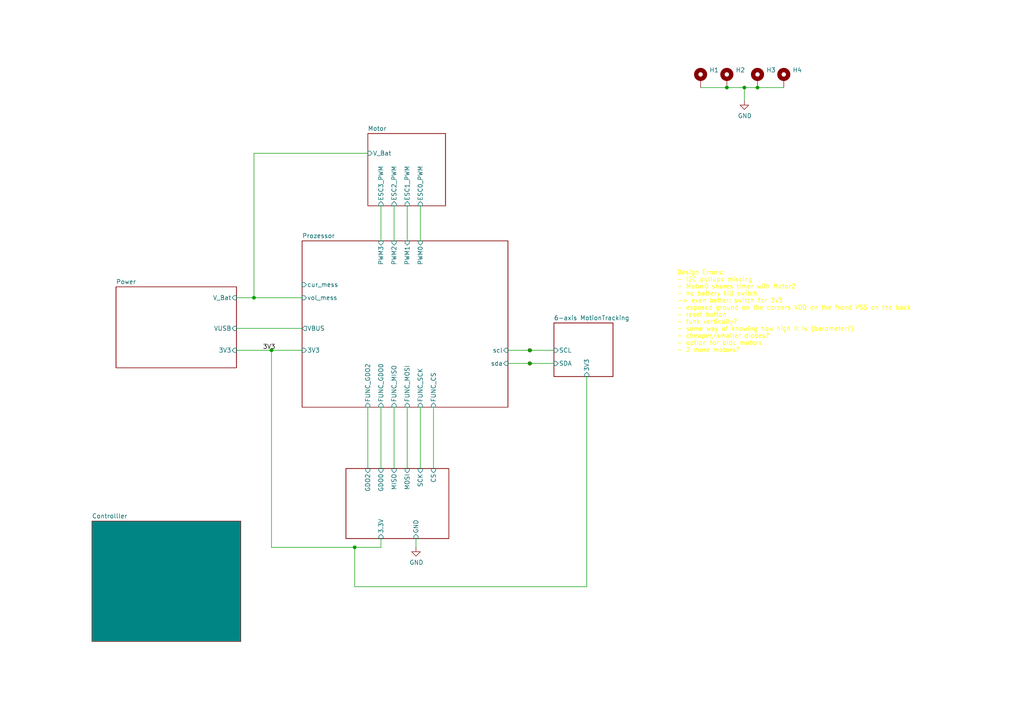
<source format=kicad_sch>
(kicad_sch (version 20231120) (generator "eeschema") (generator_version "8.0")
  (paper "A4")
  (lib_symbols
    (symbol "Connector:TestPoint_Small" (pin_numbers hide) (pin_names (offset 0.762) hide)
      (property "Reference" "TP" (at 0 3.81 0))
      (property "Value" "TestPoint_Small" (at 0 2.032 0))
      (symbol "TestPoint_Small_0_1"
        (circle (center 0 0) (radius 0.508))
      )
      (symbol "TestPoint_Small_1_1"
        (pin passive line (at 0 0 90) (length 0) (name "1") (number "1"))
      )
    )
    (symbol "Mechanical:MountingHole_Pad" (pin_numbers hide) (pin_names (offset 1.016) hide)
      (property "Reference" "H" (at 0 6.35 0))
      (property "Value" "MountingHole_Pad" (at 0 4.445 0))
      (symbol "MountingHole_Pad_0_1"
        (circle (center 0 1.27) (radius 1.27) (stroke (width 1.27)))
      )
      (symbol "MountingHole_Pad_1_1"
        (pin input line (at 0 -2.54 90) (length 2.54) (name "1") (number "1"))
      )
    )
    (symbol "power:GND" (power) (pin_names (offset 0))
      (property "Value" "GND" (at 0 -3.81 0))
      (symbol "GND_0_1"
        (polyline (pts (xy 0 0) (xy 0 -1.27) (xy 1.27 -1.27) (xy 0 -2.54) (xy -1.27 -1.27) (xy 0 -1.27)))
      )
      (symbol "GND_1_1"
        (pin power_in line (at 0 0 270) (length 0) hide (name "GND") (number "1"))
      )
    )
  )
  (junction (at 78.74 101.6))
  (junction (at 102.87 158.75))
  (junction (at 73.66 86.36))
  (junction (at 153.67 101.6))
  (junction (at 153.67 105.41))
  (junction (at 215.9 25.4))
  (junction (at 219.71 25.4))
  (junction (at 210.82 25.4))
  (wire (pts (xy 120.65 156.21) (xy 120.65 158.75)))
  (wire (pts (xy 170.18 109.22) (xy 170.18 170.18)))
  (wire (pts (xy 153.67 105.41) (xy 160.655 105.41)))
  (wire (pts (xy 203.2 25.4) (xy 210.82 25.4)))
  (wire (pts (xy 153.67 101.6) (xy 160.655 101.6)))
  (wire (pts (xy 114.3 118.11) (xy 114.3 135.89)))
  (wire (pts (xy 147.32 105.41) (xy 153.67 105.41)))
  (wire (pts (xy 210.82 25.4) (xy 215.9 25.4)))
  (wire (pts (xy 147.32 101.6) (xy 153.67 101.6)))
  (wire (pts (xy 110.49 158.75) (xy 102.87 158.75)))
  (wire (pts (xy 170.18 170.18) (xy 102.87 170.18)))
  (wire (pts (xy 215.9 25.4) (xy 219.71 25.4)))
  (wire (pts (xy 68.58 101.6) (xy 78.74 101.6)))
  (wire (pts (xy 125.73 118.11) (xy 125.73 135.89)))
  (wire (pts (xy 102.87 170.18) (xy 102.87 158.75)))
  (wire (pts (xy 68.58 95.25) (xy 87.63 95.25)))
  (wire (pts (xy 106.68 118.11) (xy 106.68 135.89)))
  (wire (pts (xy 219.71 25.4) (xy 227.33 25.4)))
  (wire (pts (xy 102.87 158.75) (xy 78.74 158.75)))
  (wire (pts (xy 78.74 101.6) (xy 87.63 101.6)))
  (wire (pts (xy 78.74 158.75) (xy 78.74 101.6)))
  (wire (pts (xy 73.66 44.45) (xy 73.66 86.36)))
  (wire (pts (xy 118.11 59.69) (xy 118.11 69.85)))
  (wire (pts (xy 121.92 59.69) (xy 121.92 69.85)))
  (wire (pts (xy 110.49 118.11) (xy 110.49 135.89)))
  (wire (pts (xy 68.58 86.36) (xy 73.66 86.36)))
  (wire (pts (xy 106.68 44.45) (xy 73.66 44.45)))
  (wire (pts (xy 114.3 59.69) (xy 114.3 69.85)))
  (wire (pts (xy 110.49 59.69) (xy 110.49 69.85)))
  (wire (pts (xy 121.92 118.11) (xy 121.92 135.89)))
  (wire (pts (xy 73.66 86.36) (xy 87.63 86.36)))
  (wire (pts (xy 110.49 156.21) (xy 110.49 158.75)))
  (wire (pts (xy 215.9 25.4) (xy 215.9 29.21)))
  (wire (pts (xy 118.11 118.11) (xy 118.11 135.89)))
  (text "Design Errors:\n- I2C pullups missing\n- Motor0 shares timer with Motor2\n- no battery kill switch\n-> even better: switch for 3V3\n- exposed ground on the corners VDD on the frond VSS on the back\n- reset button\n- funk vertically?\n- some way of knowing how high it is (barometer?)\n- cheaper/smaller diodes?\n- option for bldc motors\n- 2 more motors?" (at 196.342 90.424 0) (effects (font (size 1.27 1.27)) (justify left)))
  (label "3V3" (at 76.2 101.6 0))
  (symbol (lib_id "Mechanical:MountingHole_Pad") (at 219.71 22.86 0) (unit 1)
    (property "Reference" "H3" (at 222.25 20.3199 0) (effects (justify left)))
    (property "Value" "MountingHole_Pad" (effects (hide yes)))
    (property "Footprint" "MountingHole:MountingHole_2.7mm_Pad_Via" (effects (hide yes)))
    (property "Description" "Mounting Hole with connection" (effects (hide yes)))
  )
  (symbol (lib_id "Mechanical:MountingHole_Pad") (at 203.2 22.86 0) (unit 1)
    (property "Reference" "H1" (at 205.74 20.3199 0) (effects (justify left)))
    (property "Value" "MountingHole_Pad" (effects (hide yes)))
    (property "Footprint" "MountingHole:MountingHole_2.7mm_Pad_Via" (effects (hide yes)))
    (property "Description" "Mounting Hole with connection" (effects (hide yes)))
  )
  (symbol (lib_id "Connector:TestPoint_Small") (at 153.67 101.6 0) (unit 1)
    (property "Reference" "TP1" (effects (hide yes)))
    (property "Value" "TestPoint_Small" (effects (hide yes)))
    (property "Footprint" "TestPoint:TestPoint_Pad_D1.0mm" (effects (hide yes)))
    (property "Description" "test point" (effects (hide yes)))
  )
  (symbol (lib_id "Mechanical:MountingHole_Pad") (at 210.82 22.86 0) (unit 1)
    (property "Reference" "H2" (at 213.36 20.3199 0) (effects (justify left)))
    (property "Value" "MountingHole_Pad" (effects (hide yes)))
    (property "Footprint" "MountingHole:MountingHole_2.7mm_Pad_Via" (effects (hide yes)))
    (property "Description" "Mounting Hole with connection" (effects (hide yes)))
  )
  (symbol (lib_id "Mechanical:MountingHole_Pad") (at 227.33 22.86 0) (unit 1)
    (property "Reference" "H4" (at 229.87 20.3199 0) (effects (justify left)))
    (property "Value" "MountingHole_Pad" (effects (hide yes)))
    (property "Footprint" "MountingHole:MountingHole_2.7mm_Pad_Via" (effects (hide yes)))
    (property "Description" "Mounting Hole with connection" (effects (hide yes)))
  )
  (symbol (lib_id "power:GND") (at 120.65 158.75 0) (unit 1)
    (property "Reference" "#PWR01" (effects (hide yes)))
    (property "Value" "GND" (at 120.777 163.1442 0))
  )
  (symbol (lib_id "power:GND") (at 215.9 29.21 0) (unit 1)
    (property "Reference" "#PWR02" (effects (hide yes)))
    (property "Value" "GND" (at 216.027 33.6042 0))
  )
  (symbol (lib_id "Connector:TestPoint_Small") (at 153.67 105.41 0) (unit 1)
    (property "Reference" "TP2" (effects (hide yes)))
    (property "Value" "TestPoint_Small" (effects (hide yes)))
    (property "Footprint" "TestPoint:TestPoint_Pad_D1.0mm" (effects (hide yes)))
    (property "Description" "test point" (effects (hide yes)))
  )
  (sheet (at 87.63 69.85) (size 59.69 48.26) (stroke (width 0.1524))
    (property "Sheetname" "Prozessor" (at 87.63 69.1384 0) (effects (justify left bottom)))
    (property "Sheetfile" "Prozessor.kicad_sch" (effects (hide yes)))
    (pin "3V3" input (at 87.63 101.6 180))
    (pin "VBUS" output (at 87.63 95.25 180))
    (pin "cur_mess" input (at 87.63 82.55 180))
    (pin "vol_mess" input (at 87.63 86.36 180))
    (pin "FUNC_GDO2" input (at 106.68 118.11 270))
    (pin "FUNC_MISO" input (at 114.3 118.11 270))
    (pin "FUNC_GDO0" input (at 110.49 118.11 270))
    (pin "FUNC_MOSI" input (at 118.11 118.11 270))
    (pin "FUNC_SCK" input (at 121.92 118.11 270))
    (pin "FUNC_CS" input (at 125.73 118.11 270))
    (pin "sda" input (at 147.32 105.41 0))
    (pin "scl" input (at 147.32 101.6 0))
    (pin "PWM3" input (at 110.49 69.85 90))
    (pin "PWM0" input (at 121.92 69.85 90))
    (pin "PWM2" input (at 114.3 69.85 90))
    (pin "PWM1" input (at 118.11 69.85 90))
  )
  (sheet (at 26.67 151.13) (size 43.18 34.925) (stroke (width 0.1524)) (fill (color 0 132 132 1.0000))
    (property "Sheetname" "Controlller" (at 26.67 150.4184 0) (effects (justify left bottom)))
    (property "Sheetfile" "Controlller.kicad_sch" (effects (hide yes)))
  )
  (sheet (at 160.655 93.6625) (size 17.145 15.5575) (stroke (width 0.1524))
    (property "Sheetname" "6-axis MotionTracking" (at 160.655 92.9509 0) (effects (justify left bottom)))
    (property "Sheetfile" "6-axis MotionTracking.kicad_sch" (effects (hide yes)))
    (pin "SCL" input (at 160.655 101.6 180))
    (pin "SDA" input (at 160.655 105.41 180))
    (pin "3V3" input (at 170.18 109.22 270))
  )
  (sheet (at 33.655 83.185) (size 34.925 23.495) (stroke (width 0.1524))
    (property "Sheetname" "Power" (at 33.655 82.4734 0) (effects (justify left bottom)))
    (property "Sheetfile" "Power.kicad_sch" (effects (hide yes)))
    (pin "V_Bat" input (at 68.58 86.36 0))
    (pin "3V3" input (at 68.58 101.6 0))
    (pin "VUSB" input (at 68.58 95.25 0))
  )
  (sheet (at 100.33 135.89) (size 29.845 20.32) (stroke (width 0.1524))
    (property "Sheetname" "Funk" (effects (hide yes)))
    (property "Sheetfile" "Funk.kicad_sch" (effects (hide yes)))
    (pin "SCK" input (at 121.92 135.89 90))
    (pin "MISO" input (at 114.3 135.89 90))
    (pin "MOSI" input (at 118.11 135.89 90))
    (pin "CS" input (at 125.73 135.89 90))
    (pin "GND" input (at 120.65 156.21 270))
    (pin "3.3V" input (at 110.49 156.21 270))
    (pin "GDO0" input (at 110.49 135.89 90))
    (pin "GDO2" input (at 106.68 135.89 90))
  )
  (sheet (at 106.68 38.735) (size 22.5425 20.955) (stroke (width 0.1524))
    (property "Sheetname" "Motor" (at 106.68 38.0234 0) (effects (justify left bottom)))
    (property "Sheetfile" "Motors.kicad_sch" (effects (hide yes)))
    (pin "ESC0_PWM" input (at 121.92 59.69 270))
    (pin "ESC3_PWM" input (at 110.49 59.69 270))
    (pin "ESC1_PWM" input (at 118.11 59.69 270))
    (pin "ESC2_PWM" input (at 114.3 59.69 270))
    (pin "V_Bat" input (at 106.68 44.45 180))
  )
)
</source>
